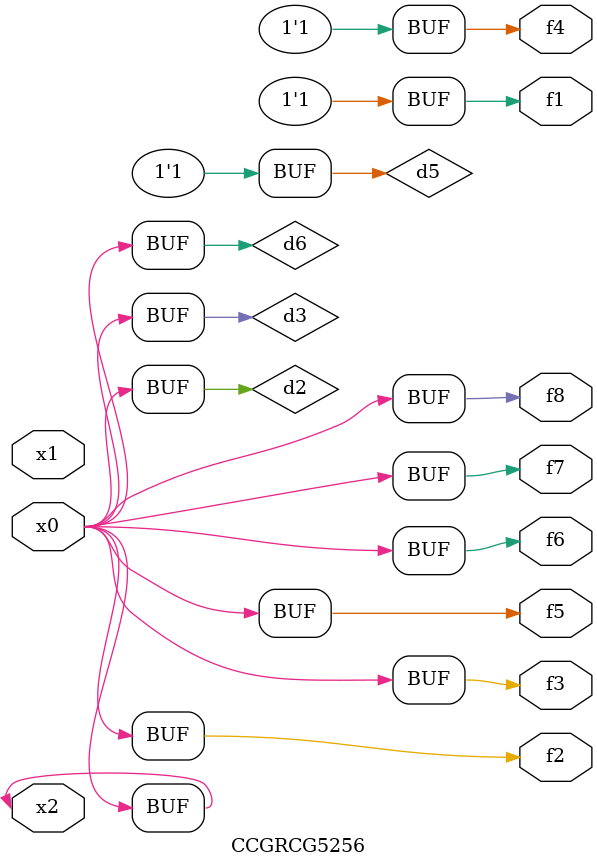
<source format=v>
module CCGRCG5256(
	input x0, x1, x2,
	output f1, f2, f3, f4, f5, f6, f7, f8
);

	wire d1, d2, d3, d4, d5, d6;

	xnor (d1, x2);
	buf (d2, x0, x2);
	and (d3, x0);
	xnor (d4, x1, x2);
	nand (d5, d1, d3);
	buf (d6, d2, d3);
	assign f1 = d5;
	assign f2 = d6;
	assign f3 = d6;
	assign f4 = d5;
	assign f5 = d6;
	assign f6 = d6;
	assign f7 = d6;
	assign f8 = d6;
endmodule

</source>
